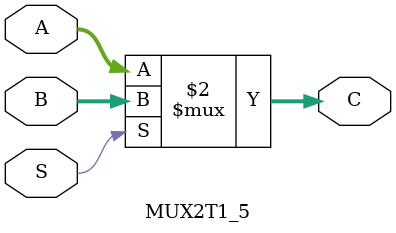
<source format=v>
`timescale 1ns / 1ps
module MUX2T1_5(
	input [4:0]A,
	input [4:0]B,
	input S,
	output [4:0]C
    );
assign C=(S==0)?A:B;

endmodule

</source>
